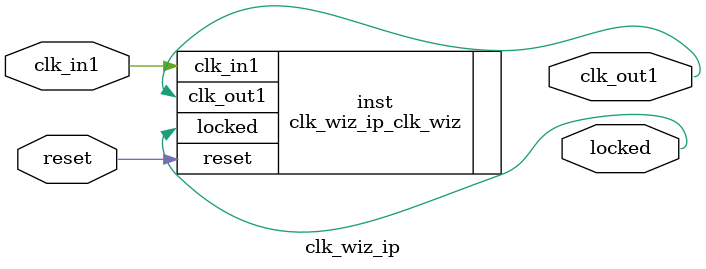
<source format=v>


`timescale 1ps/1ps

(* CORE_GENERATION_INFO = "clk_wiz_ip,clk_wiz_v6_0_4_0_0,{component_name=clk_wiz_ip,use_phase_alignment=true,use_min_o_jitter=false,use_max_i_jitter=false,use_dyn_phase_shift=false,use_inclk_switchover=false,use_dyn_reconfig=false,enable_axi=0,feedback_source=FDBK_AUTO,PRIMITIVE=MMCM,num_out_clk=1,clkin1_period=10.000,clkin2_period=10.000,use_power_down=false,use_reset=true,use_locked=true,use_inclk_stopped=false,feedback_type=SINGLE,CLOCK_MGR_TYPE=NA,manual_override=false}" *)

module clk_wiz_ip 
 (
  // Clock out ports
  output        clk_out1,
  // Status and control signals
  input         reset,
  output        locked,
 // Clock in ports
  input         clk_in1
 );

  clk_wiz_ip_clk_wiz inst
  (
  // Clock out ports  
  .clk_out1(clk_out1),
  // Status and control signals               
  .reset(reset), 
  .locked(locked),
 // Clock in ports
  .clk_in1(clk_in1)
  );

endmodule

</source>
